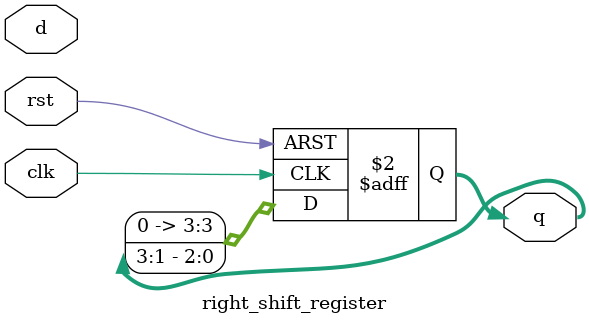
<source format=v>
module right_shift_register (
    input clk,
    input rst,
    input d,
    output reg [3:0] q
);
    always @(posedge clk or posedge rst) begin
        if (rst) 
            q <= 0;
        else 
            q <= {1'b0, q[3:1]};
    end
endmodule

</source>
